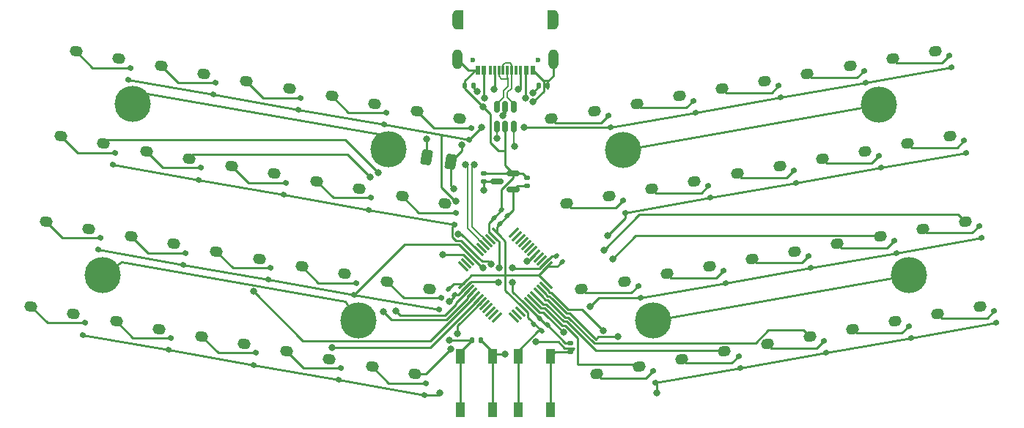
<source format=gbr>
%TF.GenerationSoftware,KiCad,Pcbnew,7.0.8*%
%TF.CreationDate,2023-12-07T22:17:23-06:00*%
%TF.ProjectId,lemmingz40,6c656d6d-696e-4677-9a34-302e6b696361,rev?*%
%TF.SameCoordinates,Original*%
%TF.FileFunction,Copper,L2,Bot*%
%TF.FilePolarity,Positive*%
%FSLAX46Y46*%
G04 Gerber Fmt 4.6, Leading zero omitted, Abs format (unit mm)*
G04 Created by KiCad (PCBNEW 7.0.8) date 2023-12-07 22:17:23*
%MOMM*%
%LPD*%
G01*
G04 APERTURE LIST*
G04 Aperture macros list*
%AMRoundRect*
0 Rectangle with rounded corners*
0 $1 Rounding radius*
0 $2 $3 $4 $5 $6 $7 $8 $9 X,Y pos of 4 corners*
0 Add a 4 corners polygon primitive as box body*
4,1,4,$2,$3,$4,$5,$6,$7,$8,$9,$2,$3,0*
0 Add four circle primitives for the rounded corners*
1,1,$1+$1,$2,$3*
1,1,$1+$1,$4,$5*
1,1,$1+$1,$6,$7*
1,1,$1+$1,$8,$9*
0 Add four rect primitives between the rounded corners*
20,1,$1+$1,$2,$3,$4,$5,0*
20,1,$1+$1,$4,$5,$6,$7,0*
20,1,$1+$1,$6,$7,$8,$9,0*
20,1,$1+$1,$8,$9,$2,$3,0*%
%AMHorizOval*
0 Thick line with rounded ends*
0 $1 width*
0 $2 $3 position (X,Y) of the first rounded end (center of the circle)*
0 $4 $5 position (X,Y) of the second rounded end (center of the circle)*
0 Add line between two ends*
20,1,$1,$2,$3,$4,$5,0*
0 Add two circle primitives to create the rounded ends*
1,1,$1,$2,$3*
1,1,$1,$4,$5*%
G04 Aperture macros list end*
%TA.AperFunction,ComponentPad*%
%ADD10HorizOval,1.224000X0.147721X0.026047X-0.147721X-0.026047X0*%
%TD*%
%TA.AperFunction,ComponentPad*%
%ADD11HorizOval,1.224000X0.147721X-0.026047X-0.147721X0.026047X0*%
%TD*%
%TA.AperFunction,SMDPad,CuDef*%
%ADD12RoundRect,0.150000X-0.223009X0.112992X-0.170914X-0.182451X0.223009X-0.112992X0.170914X0.182451X0*%
%TD*%
%TA.AperFunction,SMDPad,CuDef*%
%ADD13RoundRect,0.150000X-0.170914X0.182451X-0.223009X-0.112992X0.170914X-0.182451X0.223009X0.112992X0*%
%TD*%
%TA.AperFunction,SMDPad,CuDef*%
%ADD14R,1.100000X1.800000*%
%TD*%
%TA.AperFunction,SMDPad,CuDef*%
%ADD15RoundRect,0.140000X-0.170000X0.140000X-0.170000X-0.140000X0.170000X-0.140000X0.170000X0.140000X0*%
%TD*%
%TA.AperFunction,SMDPad,CuDef*%
%ADD16RoundRect,0.150000X0.150000X-0.512500X0.150000X0.512500X-0.150000X0.512500X-0.150000X-0.512500X0*%
%TD*%
%TA.AperFunction,ComponentPad*%
%ADD17C,4.190000*%
%TD*%
%TA.AperFunction,SMDPad,CuDef*%
%ADD18RoundRect,0.140000X0.219203X0.021213X0.021213X0.219203X-0.219203X-0.021213X-0.021213X-0.219203X0*%
%TD*%
%TA.AperFunction,SMDPad,CuDef*%
%ADD19RoundRect,0.135000X0.185000X-0.135000X0.185000X0.135000X-0.185000X0.135000X-0.185000X-0.135000X0*%
%TD*%
%TA.AperFunction,SMDPad,CuDef*%
%ADD20RoundRect,0.140000X-0.140000X-0.170000X0.140000X-0.170000X0.140000X0.170000X-0.140000X0.170000X0*%
%TD*%
%TA.AperFunction,SMDPad,CuDef*%
%ADD21RoundRect,0.140000X0.021213X-0.219203X0.219203X-0.021213X-0.021213X0.219203X-0.219203X0.021213X0*%
%TD*%
%TA.AperFunction,WasherPad*%
%ADD22C,0.600000*%
%TD*%
%TA.AperFunction,SMDPad,CuDef*%
%ADD23R,0.550000X1.100000*%
%TD*%
%TA.AperFunction,SMDPad,CuDef*%
%ADD24R,0.300000X1.100000*%
%TD*%
%TA.AperFunction,ComponentPad*%
%ADD25O,1.200000X2.300000*%
%TD*%
%TA.AperFunction,SMDPad,CuDef*%
%ADD26R,0.700000X2.300000*%
%TD*%
%TA.AperFunction,SMDPad,CuDef*%
%ADD27RoundRect,0.135000X0.135000X0.185000X-0.135000X0.185000X-0.135000X-0.185000X0.135000X-0.185000X0*%
%TD*%
%TA.AperFunction,SMDPad,CuDef*%
%ADD28RoundRect,0.075000X0.521491X-0.415425X-0.415425X0.521491X-0.521491X0.415425X0.415425X-0.521491X0*%
%TD*%
%TA.AperFunction,SMDPad,CuDef*%
%ADD29RoundRect,0.075000X0.521491X0.415425X0.415425X0.521491X-0.521491X-0.415425X-0.415425X-0.521491X0*%
%TD*%
%TA.AperFunction,SMDPad,CuDef*%
%ADD30RoundRect,0.150000X0.587500X0.150000X-0.587500X0.150000X-0.587500X-0.150000X0.587500X-0.150000X0*%
%TD*%
%TA.AperFunction,SMDPad,CuDef*%
%ADD31RoundRect,0.250000X-0.477833X-0.550387X0.260773X-0.680623X0.477833X0.550387X-0.260773X0.680623X0*%
%TD*%
%TA.AperFunction,SMDPad,CuDef*%
%ADD32RoundRect,0.140000X-0.219203X-0.021213X-0.021213X-0.219203X0.219203X0.021213X0.021213X0.219203X0*%
%TD*%
%TA.AperFunction,ViaPad*%
%ADD33C,0.800000*%
%TD*%
%TA.AperFunction,Conductor*%
%ADD34C,0.250000*%
%TD*%
%TA.AperFunction,Conductor*%
%ADD35C,0.200000*%
%TD*%
G04 APERTURE END LIST*
D10*
%TO.P,SW2,1,1*%
%TO.N,Net-(D2-A)*%
X137386395Y-41011661D03*
%TO.P,SW2,2,2*%
%TO.N,COL2*%
X142310433Y-40143421D03*
%TD*%
%TO.P,SW32,1,1*%
%TO.N,Net-(D32-A)*%
X142595844Y-70555894D03*
%TO.P,SW32,2,2*%
%TO.N,COL2*%
X147519882Y-69687654D03*
%TD*%
%TO.P,SW10,1,1*%
%TO.N,Net-(D10-A)*%
X97994083Y-47957589D03*
%TO.P,SW10,2,2*%
%TO.N,COL10*%
X102918121Y-47089349D03*
%TD*%
%TO.P,SW20,1,1*%
%TO.N,Net-(D20-A)*%
X99730567Y-57805662D03*
%TO.P,SW20,2,2*%
%TO.N,COL10*%
X104654605Y-56937422D03*
%TD*%
%TO.P,SW8,1,1*%
%TO.N,Net-(D8-A)*%
X107842164Y-46221106D03*
%TO.P,SW8,2,2*%
%TO.N,COL8*%
X112766202Y-45352866D03*
%TD*%
D11*
%TO.P,SW19,1,1*%
%TO.N,Net-(D19-A)*%
X80730564Y-56937423D03*
%TO.P,SW19,2,2*%
%TO.N,COL9*%
X85654602Y-57805663D03*
%TD*%
D10*
%TO.P,SW38,1,1*%
%TO.N,Net-(D38-A)*%
X113051609Y-75765337D03*
%TO.P,SW38,2,2*%
%TO.N,COL8*%
X117975647Y-74897097D03*
%TD*%
D11*
%TO.P,SW15,1,1*%
%TO.N,Net-(D15-A)*%
X61034414Y-53464462D03*
%TO.P,SW15,2,2*%
%TO.N,COL5*%
X65958452Y-54332702D03*
%TD*%
%TO.P,SW21,1,1*%
%TO.N,Net-(D21-A)*%
X39601775Y-59839575D03*
%TO.P,SW21,2,2*%
%TO.N,COL1*%
X44525813Y-60707815D03*
%TD*%
%TO.P,SW1,1,1*%
%TO.N,Net-(D1-A)*%
X43074739Y-40143419D03*
%TO.P,SW1,2,2*%
%TO.N,COL1*%
X47998777Y-41011659D03*
%TD*%
D10*
%TO.P,SW36,1,1*%
%TO.N,Net-(D36-A)*%
X122899685Y-74028858D03*
%TO.P,SW36,2,2*%
%TO.N,COL6*%
X127823723Y-73160618D03*
%TD*%
D11*
%TO.P,SW29,1,1*%
%TO.N,Net-(D29-A)*%
X78994084Y-66785503D03*
%TO.P,SW29,2,2*%
%TO.N,COL9*%
X83918122Y-67653743D03*
%TD*%
%TO.P,SW25,1,1*%
%TO.N,Net-(D25-A)*%
X59297929Y-63312541D03*
%TO.P,SW25,2,2*%
%TO.N,COL5*%
X64221967Y-64180781D03*
%TD*%
%TO.P,SW31,1,1*%
%TO.N,Net-(D31-A)*%
X37865294Y-69687654D03*
%TO.P,SW31,2,2*%
%TO.N,COL1*%
X42789332Y-70555894D03*
%TD*%
%TO.P,SW11,1,1*%
%TO.N,Net-(D11-A)*%
X41338256Y-49991500D03*
%TO.P,SW11,2,2*%
%TO.N,COL1*%
X46262294Y-50859740D03*
%TD*%
%TO.P,SW13,1,1*%
%TO.N,Net-(D13-A)*%
X51186331Y-51727978D03*
%TO.P,SW13,2,2*%
%TO.N,COL3*%
X56110369Y-52596218D03*
%TD*%
D10*
%TO.P,SW4,1,1*%
%TO.N,Net-(D4-A)*%
X127538315Y-42748140D03*
%TO.P,SW4,2,2*%
%TO.N,COL4*%
X132462353Y-41879900D03*
%TD*%
%TO.P,SW34,1,1*%
%TO.N,Net-(D34-A)*%
X132747760Y-72292377D03*
%TO.P,SW34,2,2*%
%TO.N,COL4*%
X137671798Y-71424137D03*
%TD*%
D11*
%TO.P,SW17,1,1*%
%TO.N,Net-(D17-A)*%
X70882489Y-55200946D03*
%TO.P,SW17,2,2*%
%TO.N,COL7*%
X75806527Y-56069186D03*
%TD*%
D10*
%TO.P,SW18,1,1*%
%TO.N,Net-(D18-A)*%
X109578643Y-56069184D03*
%TO.P,SW18,2,2*%
%TO.N,COL8*%
X114502681Y-55200944D03*
%TD*%
D11*
%TO.P,SW33,1,1*%
%TO.N,Net-(D33-A)*%
X47713371Y-71424136D03*
%TO.P,SW33,2,2*%
%TO.N,COL3*%
X52637409Y-72292376D03*
%TD*%
D10*
%TO.P,SW40,1,1*%
%TO.N,Net-(D40-A)*%
X103203531Y-77501822D03*
%TO.P,SW40,2,2*%
%TO.N,COL10*%
X108127569Y-76633582D03*
%TD*%
%TO.P,SW30,1,1*%
%TO.N,Net-(D30-A)*%
X101467049Y-67653740D03*
%TO.P,SW30,2,2*%
%TO.N,COL10*%
X106391087Y-66785500D03*
%TD*%
D11*
%TO.P,SW7,1,1*%
%TO.N,Net-(D7-A)*%
X72618969Y-45352868D03*
%TO.P,SW7,2,2*%
%TO.N,COL7*%
X77543007Y-46221108D03*
%TD*%
D10*
%TO.P,SW14,1,1*%
%TO.N,Net-(D14-A)*%
X129274800Y-52596219D03*
%TO.P,SW14,2,2*%
%TO.N,COL4*%
X134198838Y-51727979D03*
%TD*%
%TO.P,SW12,1,1*%
%TO.N,Net-(D12-A)*%
X139122877Y-50859737D03*
%TO.P,SW12,2,2*%
%TO.N,COL2*%
X144046915Y-49991497D03*
%TD*%
D11*
%TO.P,SW5,1,1*%
%TO.N,Net-(D5-A)*%
X62770893Y-43616386D03*
%TO.P,SW5,2,2*%
%TO.N,COL5*%
X67694931Y-44484626D03*
%TD*%
%TO.P,SW3,1,1*%
%TO.N,Net-(D3-A)*%
X52922816Y-41879903D03*
%TO.P,SW3,2,2*%
%TO.N,COL3*%
X57846854Y-42748143D03*
%TD*%
D10*
%TO.P,SW24,1,1*%
%TO.N,Net-(D24-A)*%
X131011282Y-62444298D03*
%TO.P,SW24,2,2*%
%TO.N,COL4*%
X135935320Y-61576058D03*
%TD*%
%TO.P,SW16,1,1*%
%TO.N,Net-(D16-A)*%
X119426719Y-54332702D03*
%TO.P,SW16,2,2*%
%TO.N,COL6*%
X124350757Y-53464462D03*
%TD*%
%TO.P,SW28,1,1*%
%TO.N,Net-(D28-A)*%
X111315126Y-65917262D03*
%TO.P,SW28,2,2*%
%TO.N,COL8*%
X116239164Y-65049022D03*
%TD*%
D11*
%TO.P,SW37,1,1*%
%TO.N,Net-(D37-A)*%
X67409523Y-74897101D03*
%TO.P,SW37,2,2*%
%TO.N,COL7*%
X72333561Y-75765341D03*
%TD*%
%TO.P,SW9,1,1*%
%TO.N,Net-(D9-A)*%
X82467050Y-47089348D03*
%TO.P,SW9,2,2*%
%TO.N,COL9*%
X87391088Y-47957588D03*
%TD*%
%TO.P,SW39,1,1*%
%TO.N,Net-(D39-A)*%
X77257603Y-76633582D03*
%TO.P,SW39,2,2*%
%TO.N,COL9*%
X82181641Y-77501822D03*
%TD*%
D10*
%TO.P,SW26,1,1*%
%TO.N,Net-(D26-A)*%
X121163203Y-64180781D03*
%TO.P,SW26,2,2*%
%TO.N,COL6*%
X126087241Y-63312541D03*
%TD*%
%TO.P,SW22,1,1*%
%TO.N,Net-(D22-A)*%
X140859359Y-60707817D03*
%TO.P,SW22,2,2*%
%TO.N,COL2*%
X145783397Y-59839577D03*
%TD*%
D11*
%TO.P,SW23,1,1*%
%TO.N,Net-(D23-A)*%
X49449856Y-61576054D03*
%TO.P,SW23,2,2*%
%TO.N,COL3*%
X54373894Y-62444294D03*
%TD*%
%TO.P,SW27,1,1*%
%TO.N,Net-(D27-A)*%
X69146007Y-65049023D03*
%TO.P,SW27,2,2*%
%TO.N,COL7*%
X74070045Y-65917263D03*
%TD*%
%TO.P,SW35,1,1*%
%TO.N,Net-(D35-A)*%
X57561445Y-73160615D03*
%TO.P,SW35,2,2*%
%TO.N,COL5*%
X62485483Y-74028855D03*
%TD*%
D10*
%TO.P,SW6,1,1*%
%TO.N,Net-(D6-A)*%
X117690239Y-44484625D03*
%TO.P,SW6,2,2*%
%TO.N,COL6*%
X122614277Y-43616385D03*
%TD*%
D12*
%TO.P,D36,1,K*%
%TO.N,ROW4*%
X129682963Y-75066720D03*
%TO.P,D36,2,A*%
%TO.N,Net-(D36-A)*%
X129439855Y-73687990D03*
%TD*%
%TO.P,D10,1,K*%
%TO.N,ROW1*%
X104777358Y-48995451D03*
%TO.P,D10,2,A*%
%TO.N,Net-(D10-A)*%
X104534250Y-47616721D03*
%TD*%
D13*
%TO.P,D33,1,K*%
%TO.N,ROW4*%
X53732592Y-74719424D03*
%TO.P,D33,2,A*%
%TO.N,Net-(D33-A)*%
X53975700Y-73340694D03*
%TD*%
D14*
%TO.P,SW41,1,1*%
%TO.N,+3V3*%
X94143342Y-75475320D03*
X94143342Y-81675320D03*
%TO.P,SW41,2,2*%
%TO.N,BOOT0*%
X97843342Y-75475320D03*
X97843342Y-81675320D03*
%TD*%
D13*
%TO.P,D23,1,K*%
%TO.N,ROW3*%
X55469076Y-64871348D03*
%TO.P,D23,2,A*%
%TO.N,Net-(D23-A)*%
X55712184Y-63492618D03*
%TD*%
%TO.P,D17,1,K*%
%TO.N,ROW2*%
X76901710Y-58496234D03*
%TO.P,D17,2,A*%
%TO.N,Net-(D17-A)*%
X77144818Y-57117504D03*
%TD*%
D15*
%TO.P,C10,1*%
%TO.N,GND*%
X95160009Y-54761995D03*
%TO.P,C10,2*%
%TO.N,+3V3*%
X95160009Y-55721995D03*
%TD*%
D13*
%TO.P,D5,1,K*%
%TO.N,ROW1*%
X68790115Y-46911672D03*
%TO.P,D5,2,A*%
%TO.N,Net-(D5-A)*%
X69033223Y-45532942D03*
%TD*%
D16*
%TO.P,U1,1,I/O1*%
%TO.N,D_P*%
X93610012Y-48879498D03*
%TO.P,U1,2,GND*%
%TO.N,GND*%
X92660012Y-48879498D03*
%TO.P,U1,3,I/O2*%
%TO.N,D_N*%
X91710012Y-48879498D03*
%TO.P,U1,4,I/O2*%
%TO.N,D_USB_-*%
X91710012Y-46604498D03*
%TO.P,U1,5,VBUS*%
%TO.N,+5V*%
X92660012Y-46604498D03*
%TO.P,U1,6,I/O1*%
%TO.N,D_USB_+*%
X93610012Y-46604498D03*
%TD*%
D13*
%TO.P,D37,1,K*%
%TO.N,ROW4*%
X73428747Y-78192386D03*
%TO.P,D37,2,A*%
%TO.N,Net-(D37-A)*%
X73671855Y-76813656D03*
%TD*%
D17*
%TO.P,H3,1,1*%
%TO.N,GND*%
X46119592Y-66065976D03*
%TD*%
D18*
%TO.P,C7,1*%
%TO.N,+3V3*%
X99199459Y-64514764D03*
%TO.P,C7,2*%
%TO.N,GND*%
X98520637Y-63835942D03*
%TD*%
D17*
%TO.P,H6,1,1*%
%TO.N,GND*%
X135792617Y-46369820D03*
%TD*%
%TO.P,H2,1,1*%
%TO.N,GND*%
X79157630Y-51461058D03*
%TD*%
D13*
%TO.P,D1,1,K*%
%TO.N,ROW1*%
X49093959Y-43438711D03*
%TO.P,D1,2,A*%
%TO.N,Net-(D1-A)*%
X49337067Y-42059981D03*
%TD*%
D12*
%TO.P,D4,1,K*%
%TO.N,ROW1*%
X134321593Y-43786006D03*
%TO.P,D4,2,A*%
%TO.N,Net-(D4-A)*%
X134078485Y-42407276D03*
%TD*%
%TO.P,D18,1,K*%
%TO.N,ROW2*%
X116361924Y-57107044D03*
%TO.P,D18,2,A*%
%TO.N,Net-(D18-A)*%
X116118816Y-55728314D03*
%TD*%
D19*
%TO.P,R1,1*%
%TO.N,BOOT0*%
X100160008Y-74918655D03*
%TO.P,R1,2*%
%TO.N,GND*%
X100160008Y-73898655D03*
%TD*%
D12*
%TO.P,D12,1,K*%
%TO.N,ROW2*%
X145906151Y-51897605D03*
%TO.P,D12,2,A*%
%TO.N,Net-(D12-A)*%
X145663043Y-50518875D03*
%TD*%
D13*
%TO.P,D7,1,K*%
%TO.N,ROW1*%
X78638194Y-48648155D03*
%TO.P,D7,2,A*%
%TO.N,Net-(D7-A)*%
X78881302Y-47269425D03*
%TD*%
D12*
%TO.P,D22,1,K*%
%TO.N,ROW3*%
X147642634Y-61745678D03*
%TO.P,D22,2,A*%
%TO.N,Net-(D22-A)*%
X147399526Y-60366948D03*
%TD*%
D17*
%TO.P,H1,1,1*%
%TO.N,GND*%
X49613397Y-46251616D03*
%TD*%
D20*
%TO.P,C1,1*%
%TO.N,GND*%
X88846678Y-73575322D03*
%TO.P,C1,2*%
%TO.N,NRST*%
X89806678Y-73575322D03*
%TD*%
D18*
%TO.P,C2,1*%
%TO.N,+3V3*%
X92899460Y-59214760D03*
%TO.P,C2,2*%
%TO.N,GND*%
X92220638Y-58535938D03*
%TD*%
D12*
%TO.P,D6,1,K*%
%TO.N,ROW1*%
X124473517Y-45522486D03*
%TO.P,D6,2,A*%
%TO.N,Net-(D6-A)*%
X124230409Y-44143756D03*
%TD*%
D14*
%TO.P,SW42,1,1*%
%TO.N,GND*%
X87476682Y-75475320D03*
X87476682Y-81675320D03*
%TO.P,SW42,2,2*%
%TO.N,NRST*%
X91176682Y-75475320D03*
X91176682Y-81675320D03*
%TD*%
D12*
%TO.P,D2,1,K*%
%TO.N,ROW1*%
X144169671Y-42049527D03*
%TO.P,D2,2,A*%
%TO.N,Net-(D2-A)*%
X143926563Y-40670797D03*
%TD*%
%TO.P,D14,1,K*%
%TO.N,ROW2*%
X136058074Y-53634082D03*
%TO.P,D14,2,A*%
%TO.N,Net-(D14-A)*%
X135814966Y-52255352D03*
%TD*%
D13*
%TO.P,D11,1,K*%
%TO.N,ROW2*%
X47357480Y-53286790D03*
%TO.P,D11,2,A*%
%TO.N,Net-(D11-A)*%
X47600588Y-51908060D03*
%TD*%
%TO.P,D19,1,K*%
%TO.N,ROW2*%
X86749791Y-60232714D03*
%TO.P,D19,2,A*%
%TO.N,Net-(D19-A)*%
X86992899Y-58853984D03*
%TD*%
%TO.P,D39,1,K*%
%TO.N,ROW4*%
X83276824Y-79928869D03*
%TO.P,D39,2,A*%
%TO.N,Net-(D39-A)*%
X83519932Y-78550139D03*
%TD*%
%TO.P,D13,1,K*%
%TO.N,ROW2*%
X57205557Y-55023268D03*
%TO.P,D13,2,A*%
%TO.N,Net-(D13-A)*%
X57448665Y-53644538D03*
%TD*%
D21*
%TO.P,C3,1*%
%TO.N,+3V3*%
X95920639Y-71714762D03*
%TO.P,C3,2*%
%TO.N,GND*%
X96599461Y-71035940D03*
%TD*%
D13*
%TO.P,D31,1,K*%
%TO.N,ROW4*%
X43884517Y-72982944D03*
%TO.P,D31,2,A*%
%TO.N,Net-(D31-A)*%
X44127625Y-71604214D03*
%TD*%
D12*
%TO.P,D40,1,K*%
%TO.N,ROW4*%
X109986806Y-78539684D03*
%TO.P,D40,2,A*%
%TO.N,Net-(D40-A)*%
X109743698Y-77160954D03*
%TD*%
%TO.P,D16,1,K*%
%TO.N,ROW2*%
X126209997Y-55370562D03*
%TO.P,D16,2,A*%
%TO.N,Net-(D16-A)*%
X125966889Y-53991832D03*
%TD*%
D13*
%TO.P,D15,1,K*%
%TO.N,ROW2*%
X67053634Y-56759749D03*
%TO.P,D15,2,A*%
%TO.N,Net-(D15-A)*%
X67296742Y-55381019D03*
%TD*%
D22*
%TO.P,J1,*%
%TO.N,*%
X88910012Y-41184151D03*
X96410012Y-41184151D03*
D23*
%TO.P,J1,A1B12,GND*%
%TO.N,GND*%
X89460012Y-42384151D03*
%TO.P,J1,A4B9,VBUS*%
%TO.N,VBUS*%
X90210012Y-42384151D03*
D24*
%TO.P,J1,A5,CC1*%
%TO.N,Net-(J1-CC1)*%
X91410012Y-42384151D03*
%TO.P,J1,A6,D+*%
%TO.N,D_USB_+*%
X92410012Y-42384151D03*
%TO.P,J1,A7,D-*%
%TO.N,D_USB_-*%
X92910012Y-42384151D03*
%TO.P,J1,A8,SBU1*%
%TO.N,unconnected-(J1-SBU1-PadA8)*%
X93910012Y-42384151D03*
D23*
%TO.P,J1,B1A12,GND*%
%TO.N,GND*%
X95860012Y-42384151D03*
%TO.P,J1,B4A9,VBUS*%
%TO.N,VBUS*%
X95110012Y-42384151D03*
D24*
%TO.P,J1,B5,CC2*%
%TO.N,Net-(J1-CC2)*%
X94410012Y-42384151D03*
%TO.P,J1,B6,D+*%
%TO.N,D_USB_+*%
X93410012Y-42384151D03*
%TO.P,J1,B7,D-*%
%TO.N,D_USB_-*%
X91910012Y-42384151D03*
%TO.P,J1,B8,SBU2*%
%TO.N,unconnected-(J1-SBU2-PadB8)*%
X90910012Y-42384151D03*
D25*
%TO.P,J1,S1,Shield*%
%TO.N,GND*%
X87085012Y-41104151D03*
X98235012Y-41104151D03*
X87085012Y-36504151D03*
D26*
X87460012Y-36504151D03*
X97860012Y-36504151D03*
D25*
X98235012Y-36504151D03*
%TD*%
D13*
%TO.P,D29,1,K*%
%TO.N,ROW3*%
X85013309Y-70080790D03*
%TO.P,D29,2,A*%
%TO.N,Net-(D29-A)*%
X85256417Y-68702060D03*
%TD*%
D12*
%TO.P,D8,1,K*%
%TO.N,ROW1*%
X114625438Y-47258970D03*
%TO.P,D8,2,A*%
%TO.N,Net-(D8-A)*%
X114382330Y-45880240D03*
%TD*%
%TO.P,D38,1,K*%
%TO.N,ROW4*%
X119834880Y-76803201D03*
%TO.P,D38,2,A*%
%TO.N,Net-(D38-A)*%
X119591772Y-75424471D03*
%TD*%
%TO.P,D26,1,K*%
%TO.N,ROW3*%
X127946479Y-65218643D03*
%TO.P,D26,2,A*%
%TO.N,Net-(D26-A)*%
X127703371Y-63839913D03*
%TD*%
D13*
%TO.P,D27,1,K*%
%TO.N,ROW3*%
X75165228Y-68344309D03*
%TO.P,D27,2,A*%
%TO.N,Net-(D27-A)*%
X75408336Y-66965579D03*
%TD*%
D12*
%TO.P,D24,1,K*%
%TO.N,ROW3*%
X137794558Y-63482161D03*
%TO.P,D24,2,A*%
%TO.N,Net-(D24-A)*%
X137551450Y-62103431D03*
%TD*%
D27*
%TO.P,R2,1*%
%TO.N,Net-(J1-CC1)*%
X89003347Y-44166649D03*
%TO.P,R2,2*%
%TO.N,GND*%
X87983347Y-44166649D03*
%TD*%
D17*
%TO.P,H4,1,1*%
%TO.N,GND*%
X75663823Y-71275424D03*
%TD*%
D13*
%TO.P,D9,1,K*%
%TO.N,ROW1*%
X88486269Y-50384639D03*
%TO.P,D9,2,A*%
%TO.N,Net-(D9-A)*%
X88729377Y-49005909D03*
%TD*%
D17*
%TO.P,H7,1,1*%
%TO.N,GND*%
X109721346Y-71275421D03*
%TD*%
D12*
%TO.P,D30,1,K*%
%TO.N,ROW3*%
X108250326Y-68691607D03*
%TO.P,D30,2,A*%
%TO.N,Net-(D30-A)*%
X108007218Y-67312877D03*
%TD*%
D28*
%TO.P,U2,1,VBAT*%
%TO.N,+3V3*%
X97547888Y-67074113D03*
%TO.P,U2,2,PC13*%
%TO.N,COL2*%
X97194334Y-67427667D03*
%TO.P,U2,3,PC14*%
%TO.N,COL4*%
X96840781Y-67781220D03*
%TO.P,U2,4,PC15*%
%TO.N,COL6*%
X96487227Y-68134774D03*
%TO.P,U2,5,PF0*%
%TO.N,COL8*%
X96133674Y-68488327D03*
%TO.P,U2,6,PF1*%
%TO.N,COL10*%
X95780121Y-68841880D03*
%TO.P,U2,7,NRST*%
%TO.N,NRST*%
X95426567Y-69195434D03*
%TO.P,U2,8,VSSA*%
%TO.N,GND*%
X95073014Y-69548987D03*
%TO.P,U2,9,VDDA*%
%TO.N,+3V3*%
X94719461Y-69902540D03*
%TO.P,U2,10,PA0*%
%TO.N,unconnected-(U2-PA0-Pad10)*%
X94365907Y-70256094D03*
%TO.P,U2,11,PA1*%
%TO.N,unconnected-(U2-PA1-Pad11)*%
X94012354Y-70609647D03*
%TO.P,U2,12,PA2*%
%TO.N,unconnected-(U2-PA2-Pad12)*%
X93658800Y-70963201D03*
D29*
%TO.P,U2,13,PA3*%
%TO.N,unconnected-(U2-PA3-Pad13)*%
X91661224Y-70963201D03*
%TO.P,U2,14,PA4*%
%TO.N,unconnected-(U2-PA4-Pad14)*%
X91307670Y-70609647D03*
%TO.P,U2,15,PA5*%
%TO.N,unconnected-(U2-PA5-Pad15)*%
X90954117Y-70256094D03*
%TO.P,U2,16,PA6*%
%TO.N,unconnected-(U2-PA6-Pad16)*%
X90600563Y-69902540D03*
%TO.P,U2,17,PA7*%
%TO.N,unconnected-(U2-PA7-Pad17)*%
X90247010Y-69548987D03*
%TO.P,U2,18,PB0*%
%TO.N,COL9*%
X89893457Y-69195434D03*
%TO.P,U2,19,PB1*%
%TO.N,COL7*%
X89539903Y-68841880D03*
%TO.P,U2,20,PB2*%
%TO.N,COL5*%
X89186350Y-68488327D03*
%TO.P,U2,21,PB10*%
%TO.N,COL3*%
X88832797Y-68134774D03*
%TO.P,U2,22,PB11*%
%TO.N,COL1*%
X88479243Y-67781220D03*
%TO.P,U2,23,VSS*%
%TO.N,GND*%
X88125690Y-67427667D03*
%TO.P,U2,24,VDD*%
%TO.N,+3V3*%
X87772136Y-67074113D03*
D28*
%TO.P,U2,25,PB12*%
%TO.N,unconnected-(U2-PB12-Pad25)*%
X87772136Y-65076537D03*
%TO.P,U2,26,PB13*%
%TO.N,unconnected-(U2-PB13-Pad26)*%
X88125690Y-64722983D03*
%TO.P,U2,27,PB14*%
%TO.N,ROW4*%
X88479243Y-64369430D03*
%TO.P,U2,28,PB15*%
%TO.N,ROW3*%
X88832797Y-64015876D03*
%TO.P,U2,29,PA8*%
%TO.N,ROW2*%
X89186350Y-63662323D03*
%TO.P,U2,30,PA9*%
%TO.N,ROW1*%
X89539903Y-63308770D03*
%TO.P,U2,31,PA10*%
%TO.N,SWDCLK*%
X89893457Y-62955216D03*
%TO.P,U2,32,PA11*%
%TO.N,D_N*%
X90247010Y-62601663D03*
%TO.P,U2,33,PA12*%
%TO.N,D_P*%
X90600563Y-62248110D03*
%TO.P,U2,34,PA13*%
%TO.N,SWDIO*%
X90954117Y-61894556D03*
%TO.P,U2,35,VSS*%
%TO.N,GND*%
X91307670Y-61541003D03*
%TO.P,U2,36,VDDIO2*%
%TO.N,+3V3*%
X91661224Y-61187449D03*
D29*
%TO.P,U2,37,PA14*%
%TO.N,unconnected-(U2-PA14-Pad37)*%
X93658800Y-61187449D03*
%TO.P,U2,38,PA15*%
%TO.N,unconnected-(U2-PA15-Pad38)*%
X94012354Y-61541003D03*
%TO.P,U2,39,PB3*%
%TO.N,unconnected-(U2-PB3-Pad39)*%
X94365907Y-61894556D03*
%TO.P,U2,40,PB4*%
%TO.N,unconnected-(U2-PB4-Pad40)*%
X94719461Y-62248110D03*
%TO.P,U2,41,PB5*%
%TO.N,unconnected-(U2-PB5-Pad41)*%
X95073014Y-62601663D03*
%TO.P,U2,42,PB6*%
%TO.N,unconnected-(U2-PB6-Pad42)*%
X95426567Y-62955216D03*
%TO.P,U2,43,PB7*%
%TO.N,unconnected-(U2-PB7-Pad43)*%
X95780121Y-63308770D03*
%TO.P,U2,44,BOOT0*%
%TO.N,BOOT0*%
X96133674Y-63662323D03*
%TO.P,U2,45,PB8*%
%TO.N,unconnected-(U2-PB8-Pad45)*%
X96487227Y-64015876D03*
%TO.P,U2,46,PB9*%
%TO.N,unconnected-(U2-PB9-Pad46)*%
X96840781Y-64369430D03*
%TO.P,U2,47,VSS*%
%TO.N,GND*%
X97194334Y-64722983D03*
%TO.P,U2,48,VDD*%
%TO.N,+3V3*%
X97547888Y-65076537D03*
%TD*%
D13*
%TO.P,D25,1,K*%
%TO.N,ROW3*%
X65317151Y-66607831D03*
%TO.P,D25,2,A*%
%TO.N,Net-(D25-A)*%
X65560259Y-65229101D03*
%TD*%
D30*
%TO.P,U3,1,GND*%
%TO.N,GND*%
X93597512Y-54291994D03*
%TO.P,U3,2,VO*%
%TO.N,+3V3*%
X93597512Y-56191994D03*
%TO.P,U3,3,VI*%
%TO.N,+5V*%
X91722512Y-55241994D03*
%TD*%
D27*
%TO.P,R3,1*%
%TO.N,GND*%
X97499961Y-44166649D03*
%TO.P,R3,2*%
%TO.N,Net-(J1-CC2)*%
X96479961Y-44166649D03*
%TD*%
D31*
%TO.P,F1,1*%
%TO.N,VBUS*%
X83581317Y-52432244D03*
%TO.P,F1,2*%
%TO.N,+5V*%
X86338779Y-52918458D03*
%TD*%
D18*
%TO.P,C5,1*%
%TO.N,+3V3*%
X91999459Y-60114761D03*
%TO.P,C5,2*%
%TO.N,GND*%
X91320637Y-59435939D03*
%TD*%
D32*
%TO.P,C6,1*%
%TO.N,+3V3*%
X86120638Y-67635938D03*
%TO.P,C6,2*%
%TO.N,GND*%
X86799460Y-68314760D03*
%TD*%
D12*
%TO.P,D34,1,K*%
%TO.N,ROW4*%
X139531038Y-73330239D03*
%TO.P,D34,2,A*%
%TO.N,Net-(D34-A)*%
X139287930Y-71951509D03*
%TD*%
%TO.P,D32,1,K*%
%TO.N,ROW4*%
X149379115Y-71593758D03*
%TO.P,D32,2,A*%
%TO.N,Net-(D32-A)*%
X149136007Y-70215028D03*
%TD*%
D13*
%TO.P,D21,1,K*%
%TO.N,ROW3*%
X45620997Y-63134865D03*
%TO.P,D21,2,A*%
%TO.N,Net-(D21-A)*%
X45864105Y-61756135D03*
%TD*%
D17*
%TO.P,H8,1,1*%
%TO.N,GND*%
X139265580Y-66065975D03*
%TD*%
D12*
%TO.P,D28,1,K*%
%TO.N,ROW3*%
X118098403Y-66955123D03*
%TO.P,D28,2,A*%
%TO.N,Net-(D28-A)*%
X117855295Y-65576393D03*
%TD*%
D13*
%TO.P,D35,1,K*%
%TO.N,ROW4*%
X63580671Y-76455906D03*
%TO.P,D35,2,A*%
%TO.N,Net-(D35-A)*%
X63823779Y-75077176D03*
%TD*%
D12*
%TO.P,D20,1,K*%
%TO.N,ROW2*%
X106513841Y-58843527D03*
%TO.P,D20,2,A*%
%TO.N,Net-(D20-A)*%
X106270733Y-57464797D03*
%TD*%
D17*
%TO.P,H5,1,1*%
%TO.N,GND*%
X106248381Y-51579265D03*
%TD*%
D15*
%TO.P,C9,1*%
%TO.N,GND*%
X90160011Y-54281994D03*
%TO.P,C9,2*%
%TO.N,+5V*%
X90160011Y-55241994D03*
%TD*%
D13*
%TO.P,D3,1,K*%
%TO.N,ROW1*%
X58942035Y-45175193D03*
%TO.P,D3,2,A*%
%TO.N,Net-(D3-A)*%
X59185143Y-43796463D03*
%TD*%
D21*
%TO.P,C4,1*%
%TO.N,+3V3*%
X96820640Y-72514761D03*
%TO.P,C4,2*%
%TO.N,GND*%
X97499462Y-71835939D03*
%TD*%
D33*
%TO.N,GND*%
X90081655Y-46584957D03*
X86228081Y-69127136D03*
X93493345Y-65241990D03*
X86228081Y-73627137D03*
X95859116Y-46012026D03*
X91826681Y-66908655D03*
X93493343Y-66908657D03*
X91935511Y-65241992D03*
%TO.N,NRST*%
X99378390Y-72690274D03*
X92660012Y-75241986D03*
%TO.N,+5V*%
X92409602Y-47626409D03*
X90160050Y-56275350D03*
X86702372Y-56035710D03*
X87596316Y-50963390D03*
%TO.N,ROW1*%
X94860049Y-48975349D03*
X87245296Y-61331650D03*
X89875457Y-48995453D03*
X86964129Y-57477137D03*
%TO.N,ROW2*%
X104503082Y-61477136D03*
X91033135Y-64812200D03*
%TO.N,ROW3*%
X90103081Y-65177137D03*
X102428081Y-69702137D03*
%TO.N,ROW4*%
X110128037Y-79660437D03*
X85428081Y-63677136D03*
X85128047Y-79660439D03*
%TO.N,VBUS*%
X90260049Y-45575351D03*
X83560051Y-50275352D03*
X94960049Y-45575352D03*
%TO.N,Net-(J1-CC1)*%
X89385951Y-44801958D03*
X91360049Y-44575352D03*
%TO.N,Net-(J1-CC2)*%
X95833295Y-44999982D03*
X94185512Y-44575349D03*
%TO.N,BOOT0*%
X95135607Y-64464568D03*
X96211519Y-73793497D03*
%TO.N,COL1*%
X80028082Y-70252137D03*
X78003081Y-54177138D03*
%TO.N,COL2*%
X104053081Y-63152139D03*
X103953081Y-72485781D03*
%TO.N,COL3*%
X77028081Y-54727136D03*
X78578081Y-70302137D03*
%TO.N,COL4*%
X105703081Y-73210280D03*
X105028083Y-64177138D03*
%TO.N,COL5*%
X63556973Y-67952136D03*
%TO.N,COL7*%
X72626831Y-74415038D03*
%TO.N,COL9*%
X87153081Y-72850821D03*
X86327180Y-74627137D03*
%TO.N,D_P*%
X89085048Y-53275350D03*
X93710014Y-51200350D03*
%TO.N,D_N*%
X88035047Y-53275353D03*
X91660049Y-50200850D03*
%TD*%
D34*
%TO.N,GND*%
X89310013Y-42248667D02*
X87983347Y-43575334D01*
X93493345Y-65241990D02*
X93542274Y-65290920D01*
X90935049Y-47438351D02*
X90935049Y-50775016D01*
X91307671Y-61541001D02*
X90739733Y-60973066D01*
X97499460Y-71835941D02*
X97359966Y-71835941D01*
X97499961Y-43735383D02*
X97499961Y-44166649D01*
X92220639Y-58535941D02*
X92220639Y-56153120D01*
X91307671Y-61541001D02*
X91935511Y-62168843D01*
X93493347Y-67969317D02*
X95073014Y-69548987D01*
X92660012Y-53354496D02*
X93597511Y-54291993D01*
X98081376Y-63835940D02*
X98520640Y-63835940D01*
X97090012Y-44781130D02*
X95859116Y-46012026D01*
X97660011Y-43575333D02*
X98235012Y-43000332D01*
X95860012Y-42384151D02*
X97051194Y-43575333D01*
X51326521Y-45052073D02*
X49613397Y-46251616D01*
X109721346Y-71275421D02*
X139265580Y-66065975D01*
X86799461Y-68314763D02*
X86799460Y-68555757D01*
X91777750Y-66859729D02*
X88693628Y-66859729D01*
X77958090Y-49747938D02*
X51326521Y-45052073D01*
X88693628Y-66859729D02*
X88125690Y-67427666D01*
X87424863Y-75527138D02*
X87476681Y-75475322D01*
X97660011Y-43575333D02*
X97499961Y-43735383D01*
X91826681Y-66908655D02*
X91777750Y-66859729D01*
X91935511Y-62168843D02*
X91935511Y-65241992D01*
X97051194Y-43575333D02*
X97660011Y-43575333D01*
X93597513Y-54776250D02*
X93597511Y-54291993D01*
X90739735Y-60016844D02*
X91320638Y-59435940D01*
X92220639Y-56153120D02*
X93597513Y-54776250D01*
X98235012Y-43000332D02*
X98235012Y-41104151D01*
X90081655Y-46584957D02*
X90935049Y-47438351D01*
X100160009Y-73898654D02*
X99562174Y-73898653D01*
X87983348Y-44423955D02*
X87983347Y-43575334D01*
X86228081Y-73627137D02*
X86279897Y-73575321D01*
X106248381Y-51579265D02*
X135792617Y-46369820D01*
X91320638Y-59435940D02*
X92220639Y-58535941D01*
X89460012Y-42384151D02*
X88365012Y-42384151D01*
X92660012Y-51666646D02*
X92660012Y-53354496D01*
X87983347Y-44166649D02*
X87983347Y-44486649D01*
X95860012Y-42384151D02*
X97090012Y-43614151D01*
X87238595Y-68314764D02*
X88125690Y-67427666D01*
X86279897Y-73575321D02*
X88846679Y-73575321D01*
X93597511Y-54291993D02*
X94690011Y-54291996D01*
X92660012Y-48879496D02*
X92660012Y-51666646D01*
X90935049Y-50775016D02*
X91826679Y-51666646D01*
X86799460Y-68555757D02*
X86228081Y-69127136D01*
X88846680Y-73575319D02*
X87476682Y-74945323D01*
X87476681Y-75475320D02*
X87476681Y-81675319D01*
X99562174Y-73898653D02*
X97499460Y-71835941D01*
X90739733Y-60973066D02*
X90739735Y-60016844D01*
X46119592Y-66065976D02*
X48315403Y-64528454D01*
X86799460Y-68314762D02*
X87238595Y-68314764D01*
X91826679Y-51666646D02*
X92660012Y-51666646D01*
X97359966Y-71835941D02*
X95073014Y-69548987D01*
X79157630Y-51461058D02*
X77958090Y-49747938D01*
X97499961Y-44166649D02*
X97499961Y-44486649D01*
X87983347Y-44486649D02*
X90081655Y-46584957D01*
X97090012Y-43614151D02*
X97090012Y-44781130D01*
X90170015Y-54291997D02*
X90160011Y-54281995D01*
X48315403Y-64528454D02*
X74126300Y-69079610D01*
X74126300Y-69079610D02*
X75663823Y-71275424D01*
X93597511Y-54291993D02*
X90170015Y-54291997D01*
X88365012Y-42384151D02*
X87085012Y-41104151D01*
X97194333Y-64722983D02*
X98081376Y-63835940D01*
X94690011Y-54291996D02*
X95160012Y-54761995D01*
X87476682Y-74945323D02*
X87476681Y-75475320D01*
X93542274Y-65290920D02*
X96626397Y-65290920D01*
X96626397Y-65290920D02*
X97194333Y-64722983D01*
X93493343Y-66908657D02*
X93493347Y-67969317D01*
%TO.N,Net-(D1-A)*%
X49337067Y-42059983D02*
X44991298Y-42059982D01*
X44991298Y-42059982D02*
X43074739Y-40143421D01*
%TO.N,Net-(D2-A)*%
X143104205Y-41493151D02*
X143926563Y-40670795D01*
X137867885Y-41493153D02*
X143104205Y-41493151D01*
X137386396Y-41011661D02*
X137867885Y-41493153D01*
%TO.N,Net-(D3-A)*%
X54839376Y-43796459D02*
X52922817Y-41879902D01*
X59185146Y-43796461D02*
X54839376Y-43796459D01*
%TO.N,Net-(D4-A)*%
X133256128Y-43229635D02*
X134078483Y-42407276D01*
X128019804Y-43229635D02*
X133256128Y-43229635D01*
X127538316Y-42748142D02*
X128019804Y-43229635D01*
%TO.N,Net-(D5-A)*%
X64687450Y-45532944D02*
X62770894Y-43616385D01*
X69033221Y-45532945D02*
X64687450Y-45532944D01*
%TO.N,Net-(D6-A)*%
X118171732Y-44966117D02*
X123408048Y-44966116D01*
X117690241Y-44484626D02*
X118171732Y-44966117D01*
X123408048Y-44966116D02*
X124230409Y-44143756D01*
%TO.N,Net-(D7-A)*%
X72618972Y-45352865D02*
X74535528Y-47269424D01*
X74535528Y-47269424D02*
X78881302Y-47269424D01*
%TO.N,Net-(D8-A)*%
X108323655Y-46702596D02*
X113559972Y-46702595D01*
X113559972Y-46702595D02*
X114382330Y-45880241D01*
X107842163Y-46221105D02*
X108323655Y-46702596D01*
%TO.N,Net-(D9-A)*%
X84383607Y-49005908D02*
X88729378Y-49005907D01*
X82467047Y-47089350D02*
X84383607Y-49005908D01*
%TO.N,Net-(D10-A)*%
X97994083Y-47957589D02*
X98475575Y-48439080D01*
X98475575Y-48439080D02*
X103711891Y-48439081D01*
X103711891Y-48439081D02*
X104534252Y-47616722D01*
%TO.N,NRST*%
X95426567Y-69195434D02*
X95994506Y-69763369D01*
X91410011Y-75241985D02*
X91176680Y-75475319D01*
X97039854Y-70351739D02*
X97371668Y-70683550D01*
X91176681Y-81675320D02*
X91176680Y-75475319D01*
X92660012Y-75241986D02*
X91410011Y-75241985D01*
X91176681Y-74945320D02*
X91176680Y-75475319D01*
X95426567Y-69195433D02*
X96582872Y-70351737D01*
X97371668Y-70683550D02*
X99378390Y-72690274D01*
X96582872Y-70351737D02*
X97039854Y-70351739D01*
X89806682Y-73575322D02*
X91176681Y-74945320D01*
%TO.N,Net-(D11-A)*%
X43254814Y-51908058D02*
X47600584Y-51908060D01*
X41338256Y-49991495D02*
X43254814Y-51908058D01*
%TO.N,Net-(D12-A)*%
X139604367Y-51341231D02*
X144840687Y-51341227D01*
X139122878Y-50859740D02*
X139604367Y-51341231D01*
X144840687Y-51341227D02*
X145663046Y-50518872D01*
%TO.N,Net-(D13-A)*%
X51186336Y-51727979D02*
X53102895Y-53644538D01*
X53102895Y-53644538D02*
X57448667Y-53644537D01*
%TO.N,Net-(D14-A)*%
X134992609Y-53077712D02*
X135814965Y-52255353D01*
X129756291Y-53077709D02*
X134992609Y-53077712D01*
X129274800Y-52596217D02*
X129756291Y-53077709D01*
%TO.N,Net-(D15-A)*%
X62950968Y-55381018D02*
X67296742Y-55381023D01*
X61034410Y-53464461D02*
X62950968Y-55381018D01*
%TO.N,Net-(D16-A)*%
X125144533Y-54814194D02*
X125966889Y-53991834D01*
X119426721Y-54332704D02*
X119908212Y-54814194D01*
X119908212Y-54814194D02*
X125144533Y-54814194D01*
%TO.N,Net-(D17-A)*%
X77144820Y-57117504D02*
X72799048Y-57117501D01*
X72799048Y-57117501D02*
X70882487Y-55200943D01*
%TO.N,Net-(D18-A)*%
X115296453Y-56550677D02*
X116118811Y-55728318D01*
X109578644Y-56069180D02*
X110060136Y-56550675D01*
X110060136Y-56550675D02*
X115296453Y-56550677D01*
%TO.N,Net-(D19-A)*%
X82647127Y-58853984D02*
X86992897Y-58853983D01*
X80730568Y-56937427D02*
X82647127Y-58853984D01*
%TO.N,Net-(D20-A)*%
X100212058Y-58287157D02*
X105448375Y-58287158D01*
X105448375Y-58287158D02*
X106270736Y-57464797D01*
X99730566Y-57805663D02*
X100212058Y-58287157D01*
%TO.N,+3V3*%
X95993344Y-66075326D02*
X96549100Y-66075326D01*
X94143342Y-74837074D02*
X94143343Y-75475320D01*
X96465657Y-72514762D02*
X94143342Y-74837074D01*
X91661224Y-61187446D02*
X91661224Y-60452996D01*
X91999461Y-60114762D02*
X92899460Y-59214760D01*
X96549100Y-66075326D02*
X97547889Y-67074111D01*
X86682467Y-67074114D02*
X87772136Y-67074112D01*
X97547885Y-65076536D02*
X98637688Y-65076536D01*
X92660012Y-66075325D02*
X92660012Y-67843089D01*
X93597511Y-58516709D02*
X93597512Y-56191993D01*
X91661224Y-60452996D02*
X91999461Y-60114762D01*
X95287400Y-70470476D02*
X95287399Y-70981523D01*
X94143343Y-75475320D02*
X94143344Y-81675318D01*
X98637688Y-65076536D02*
X99199460Y-64514763D01*
X92660012Y-66075325D02*
X88770924Y-66075327D01*
X95160010Y-55721994D02*
X94067512Y-55721995D01*
X92660012Y-67843089D02*
X94719462Y-69902539D01*
X92899460Y-59214760D02*
X93597511Y-58516709D01*
X94719462Y-69902539D02*
X95287400Y-70470476D01*
X91661224Y-61187446D02*
X92660013Y-62186237D01*
X86120640Y-67635941D02*
X86682467Y-67074114D01*
X92660012Y-66075325D02*
X95993344Y-66075326D01*
X95287399Y-70981523D02*
X96820640Y-72514764D01*
X94067512Y-55721995D02*
X93597512Y-56191993D01*
X92660013Y-62186237D02*
X92660012Y-66075325D01*
X96549100Y-66075326D02*
X97547885Y-65076536D01*
X96820640Y-72514764D02*
X96465657Y-72514762D01*
X88770924Y-66075327D02*
X87772136Y-67074112D01*
%TO.N,Net-(D21-A)*%
X41518333Y-61756135D02*
X45864105Y-61756136D01*
X39601774Y-59839578D02*
X41518333Y-61756135D01*
%TO.N,Net-(D22-A)*%
X140859357Y-60707819D02*
X141340849Y-61189308D01*
X141340849Y-61189308D02*
X146577169Y-61189308D01*
X146577169Y-61189308D02*
X147399527Y-60366953D01*
%TO.N,Net-(D23-A)*%
X49449852Y-61576057D02*
X51366412Y-63492616D01*
X51366412Y-63492616D02*
X55712184Y-63492614D01*
%TO.N,Net-(D24-A)*%
X131492771Y-62925786D02*
X136729092Y-62925788D01*
X136729092Y-62925788D02*
X137551449Y-62103430D01*
X131011281Y-62444295D02*
X131492771Y-62925786D01*
%TO.N,Net-(D25-A)*%
X61214489Y-65229099D02*
X65560262Y-65229097D01*
X59297930Y-63312538D02*
X61214489Y-65229099D01*
%TO.N,Net-(D26-A)*%
X121163205Y-64180780D02*
X121644695Y-64662270D01*
X126881012Y-64662269D02*
X127703373Y-63839913D01*
X121644695Y-64662270D02*
X126881012Y-64662269D01*
%TO.N,Net-(D27-A)*%
X71062566Y-66965583D02*
X75408338Y-66965580D01*
X69146008Y-65049021D02*
X71062566Y-66965583D01*
%TO.N,Net-(D28-A)*%
X111796617Y-66398754D02*
X117032936Y-66398753D01*
X117032936Y-66398753D02*
X117855292Y-65576393D01*
X111315127Y-65917262D02*
X111796617Y-66398754D01*
%TO.N,Net-(D29-A)*%
X78994084Y-66785503D02*
X80910643Y-68702059D01*
X80910643Y-68702059D02*
X85256413Y-68702061D01*
%TO.N,Net-(D30-A)*%
X101948539Y-68135235D02*
X107184860Y-68135234D01*
X101467048Y-67653744D02*
X101948539Y-68135235D01*
X107184860Y-68135234D02*
X108007214Y-67312874D01*
%TO.N,+5V*%
X87596316Y-51660921D02*
X86338779Y-52918458D01*
X86338780Y-55672119D02*
X86338782Y-52918456D01*
X87596316Y-50963390D02*
X87596316Y-51660921D01*
X90160014Y-55241993D02*
X90160013Y-56275316D01*
X86702372Y-56035710D02*
X86338780Y-55672119D01*
X91722514Y-55241996D02*
X90160014Y-55241993D01*
X90160013Y-56275316D02*
X90160050Y-56275350D01*
X92660012Y-47375999D02*
X92409602Y-47626409D01*
X92660012Y-46604498D02*
X92660012Y-47375999D01*
%TO.N,Net-(D31-A)*%
X39781855Y-71604210D02*
X44127626Y-71604211D01*
X37865294Y-69687651D02*
X39781855Y-71604210D01*
%TO.N,Net-(D32-A)*%
X142595841Y-70555893D02*
X143077330Y-71037384D01*
X143077330Y-71037384D02*
X148313650Y-71037386D01*
X148313650Y-71037386D02*
X149136010Y-70215026D01*
%TO.N,Net-(D33-A)*%
X47713369Y-71424136D02*
X49629929Y-73340695D01*
X49629929Y-73340695D02*
X53975700Y-73340691D01*
%TO.N,Net-(D34-A)*%
X133229252Y-72773868D02*
X138465570Y-72773869D01*
X138465570Y-72773869D02*
X139287930Y-71951507D01*
X132747763Y-72292379D02*
X133229252Y-72773868D01*
%TO.N,Net-(D35-A)*%
X57561448Y-73160621D02*
X59478007Y-75077176D01*
X59478007Y-75077176D02*
X63823779Y-75077177D01*
%TO.N,Net-(D36-A)*%
X122899684Y-74028859D02*
X123381179Y-74510345D01*
X123381179Y-74510345D02*
X128617496Y-74510350D01*
X128617496Y-74510350D02*
X129439852Y-73687992D01*
%TO.N,Net-(D37-A)*%
X67409525Y-74897098D02*
X69326081Y-76813659D01*
X69326081Y-76813659D02*
X73671856Y-76813657D01*
%TO.N,Net-(D38-A)*%
X113533098Y-76246827D02*
X118769415Y-76246829D01*
X113051607Y-75765337D02*
X113533098Y-76246827D01*
X118769415Y-76246829D02*
X119591777Y-75424468D01*
%TO.N,Net-(D39-A)*%
X79174162Y-78550138D02*
X83519935Y-78550139D01*
X77257604Y-76633580D02*
X79174162Y-78550138D01*
%TO.N,Net-(D40-A)*%
X108921341Y-77983311D02*
X109743697Y-77160952D01*
X103203531Y-77501823D02*
X103685022Y-77983311D01*
X103685022Y-77983311D02*
X108921341Y-77983311D01*
%TO.N,ROW1*%
X88486269Y-50384636D02*
X88486268Y-50384639D01*
X87562787Y-61331652D02*
X87245296Y-61331650D01*
X124473518Y-45522485D02*
X124473516Y-45522488D01*
X85289744Y-55913802D02*
X85289744Y-49830608D01*
X78638192Y-48648156D02*
X85278082Y-49818945D01*
X114625438Y-47258971D02*
X114625437Y-47258970D01*
X97339949Y-48995451D02*
X104777359Y-48995452D01*
X49093960Y-43438710D02*
X58942037Y-45175192D01*
X78638192Y-48648156D02*
X88486269Y-50384636D01*
X88486269Y-50384636D02*
X88486268Y-50384639D01*
X68790118Y-46911672D02*
X68790112Y-46911674D01*
X114625438Y-47258971D02*
X124473518Y-45522485D01*
X58942038Y-45175190D02*
X68790118Y-46911670D01*
X87028080Y-57652137D02*
X85289744Y-55913802D01*
X104777360Y-48995451D02*
X114625436Y-47258967D01*
X49093960Y-43438710D02*
X58942037Y-45175192D01*
X97319848Y-48975350D02*
X97339949Y-48995451D01*
X134321597Y-43786003D02*
X144169667Y-42049521D01*
X58942037Y-45175192D02*
X58942038Y-45175190D01*
X58942037Y-45175192D02*
X58942038Y-45175190D01*
X114625436Y-47258967D02*
X114625438Y-47258971D01*
X85278082Y-49818945D02*
X88486269Y-50384636D01*
X85289744Y-49830608D02*
X85278082Y-49818945D01*
X68790118Y-46911670D02*
X68790118Y-46911672D01*
X94860049Y-48975349D02*
X97319848Y-48975350D01*
X124473516Y-45522488D02*
X134321595Y-43786005D01*
X68790112Y-46911674D02*
X78638192Y-48648156D01*
X58942038Y-45175190D02*
X68790118Y-46911670D01*
X114625436Y-47258967D02*
X114625438Y-47258971D01*
X144169667Y-42049521D02*
X144169670Y-42049523D01*
X89539903Y-63308769D02*
X87562787Y-61331652D01*
X68790118Y-46911670D02*
X68790118Y-46911672D01*
X88486268Y-50384639D02*
X89875457Y-48995453D01*
X134321595Y-43786005D02*
X134321597Y-43786003D01*
X104777360Y-48995451D02*
X114625436Y-47258967D01*
X68790118Y-46911672D02*
X68790112Y-46911674D01*
%TO.N,ROW2*%
X86520297Y-61631955D02*
X86520296Y-60462209D01*
X136058074Y-53634085D02*
X136058075Y-53634084D01*
X90673073Y-64452136D02*
X91033135Y-64812200D01*
X126209999Y-55370565D02*
X136058074Y-53634085D01*
X57205556Y-55023273D02*
X57205555Y-55023270D01*
X86944991Y-62056651D02*
X86520297Y-61631955D01*
X126209997Y-55370564D02*
X126209999Y-55370565D01*
X67053632Y-56759753D02*
X76901711Y-58496231D01*
X89186351Y-63662322D02*
X89976166Y-64452137D01*
X57205555Y-55023270D02*
X67053632Y-56759753D01*
X89186351Y-63662322D02*
X87580680Y-62056651D01*
X106513842Y-58843528D02*
X116361921Y-57107046D01*
X116361917Y-57107048D02*
X116361917Y-57107046D01*
X116361917Y-57107048D02*
X126209997Y-55370564D01*
X106513842Y-58843528D02*
X116361921Y-57107046D01*
X86749787Y-60232714D02*
X86749790Y-60232712D01*
X76901712Y-58496232D02*
X86749787Y-60232714D01*
X67053632Y-56759753D02*
X76901711Y-58496231D01*
X116361921Y-57107046D02*
X116361917Y-57107048D01*
X57205554Y-55023268D02*
X57205556Y-55023273D01*
X104503082Y-61477136D02*
X106513841Y-59466377D01*
X47357480Y-53286786D02*
X57205554Y-55023268D01*
X87580680Y-62056651D02*
X86944991Y-62056651D01*
X86520296Y-60462209D02*
X86749791Y-60232714D01*
X89976166Y-64452137D02*
X90673073Y-64452136D01*
X136058075Y-53634084D02*
X145906152Y-51897599D01*
X106513841Y-59466377D02*
X106513841Y-58843528D01*
X116361921Y-57107046D02*
X116361917Y-57107048D01*
X145906152Y-51897599D02*
X145906150Y-51897599D01*
X76901711Y-58496231D02*
X76901712Y-58496232D01*
%TO.N,ROW3*%
X55469075Y-64871348D02*
X65317152Y-66607828D01*
X75165231Y-68344309D02*
X85013306Y-70080788D01*
X75165228Y-68344311D02*
X75165231Y-68344309D01*
X81002887Y-62506651D02*
X75165228Y-68344311D01*
X127946478Y-65218638D02*
X127946478Y-65218641D01*
X55469075Y-64871348D02*
X65317152Y-66607828D01*
X65317153Y-66607827D02*
X75165228Y-68344311D01*
X88832798Y-64015874D02*
X89994060Y-65177138D01*
X137794557Y-63482156D02*
X137794557Y-63482158D01*
X87323575Y-62506652D02*
X81002887Y-62506651D01*
X85013306Y-70080788D02*
X85013307Y-70080793D01*
X45620997Y-63134867D02*
X55469075Y-64871345D01*
X45620997Y-63134867D02*
X55469075Y-64871345D01*
X89994060Y-65177138D02*
X90103081Y-65177137D01*
X108250324Y-68691608D02*
X118098403Y-66955124D01*
X75165231Y-68344309D02*
X75165227Y-68344308D01*
X102428081Y-69702137D02*
X103438613Y-68691604D01*
X75165228Y-68344311D02*
X75165231Y-68344309D01*
X147642632Y-61745681D02*
X147642637Y-61745678D01*
X65317152Y-66607828D02*
X65317153Y-66607827D01*
X118098403Y-66955124D02*
X118098403Y-66955124D01*
X65317153Y-66607827D02*
X75165228Y-68344311D01*
X55469075Y-64871345D02*
X55469075Y-64871348D01*
X55469075Y-64871345D02*
X55469075Y-64871348D01*
X137794557Y-63482158D02*
X147642632Y-61745681D01*
X118098403Y-66955124D02*
X118098401Y-66955122D01*
X65317152Y-66607828D02*
X65317153Y-66607827D01*
X88832798Y-64015874D02*
X87323575Y-62506652D01*
X118098403Y-66955124D02*
X127946478Y-65218638D01*
X127946478Y-65218641D02*
X137794557Y-63482156D01*
X118098403Y-66955124D02*
X118098403Y-66955124D01*
X103438613Y-68691604D02*
X108250324Y-68691605D01*
X108250324Y-68691608D02*
X118098403Y-66955124D01*
%TO.N,ROW4*%
X119834881Y-76803201D02*
X119834885Y-76803200D01*
X129682960Y-75066724D02*
X129682959Y-75066721D01*
X84859616Y-79928870D02*
X85128047Y-79660439D01*
X88479243Y-64369427D02*
X87786952Y-63677137D01*
X43884517Y-72982941D02*
X43884512Y-72982941D01*
X43884517Y-72982941D02*
X43884512Y-72982941D01*
X63580670Y-76455907D02*
X63580672Y-76455909D01*
X110128037Y-79660437D02*
X110128037Y-78680914D01*
X83276823Y-79928872D02*
X84859616Y-79928870D01*
X63580672Y-76455909D02*
X73428745Y-78192388D01*
X83276825Y-79928866D02*
X83276826Y-79928867D01*
X119834881Y-76803201D02*
X119834885Y-76803200D01*
X73428747Y-78192386D02*
X83276825Y-79928866D01*
X119834885Y-76803200D02*
X119834881Y-76803201D01*
X110128037Y-78680914D02*
X109986806Y-78539684D01*
X53732595Y-74719424D02*
X63580670Y-76455907D01*
X139531038Y-73330237D02*
X139531037Y-73330239D01*
X129682959Y-75066721D02*
X139531038Y-73330237D01*
X63580670Y-76455907D02*
X63580672Y-76455909D01*
X73428745Y-78192388D02*
X73428747Y-78192386D01*
X43884512Y-72982941D02*
X53732595Y-74719424D01*
X63580672Y-76455909D02*
X73428745Y-78192388D01*
X149379113Y-71593752D02*
X149379115Y-71593756D01*
X139531037Y-73330239D02*
X149379113Y-71593752D01*
X53732595Y-74719424D02*
X63580670Y-76455907D01*
X43884512Y-72982941D02*
X53732595Y-74719424D01*
X109986806Y-78539686D02*
X119834881Y-76803201D01*
X87786952Y-63677137D02*
X85428081Y-63677136D01*
X109986806Y-78539686D02*
X119834881Y-76803201D01*
X119834885Y-76803200D02*
X129682960Y-75066724D01*
%TO.N,VBUS*%
X90210012Y-45525314D02*
X90260049Y-45575351D01*
X94960049Y-45575352D02*
X94910011Y-45525314D01*
X94960049Y-42534114D02*
X94960049Y-45575352D01*
X95110012Y-42384151D02*
X94960049Y-42534114D01*
X90210012Y-42384151D02*
X90210012Y-45525314D01*
X90260049Y-45575351D02*
X90110010Y-45425315D01*
X83581318Y-50296618D02*
X83560051Y-50275352D01*
X83581317Y-52432242D02*
X83581318Y-50296618D01*
%TO.N,Net-(J1-CC1)*%
X91410012Y-42384151D02*
X91410012Y-44525389D01*
X89003347Y-44166649D02*
X89003347Y-44419354D01*
X91410012Y-44525389D02*
X91360049Y-44575352D01*
X89003347Y-44419354D02*
X89385951Y-44801958D01*
X91360049Y-44575352D02*
X91410012Y-44525388D01*
X89003345Y-44418649D02*
X89060048Y-44475351D01*
D35*
%TO.N,D_USB_+*%
X93410012Y-41743366D02*
X93410012Y-42384151D01*
X92410012Y-41759887D02*
X92635748Y-41534151D01*
X92635748Y-41534151D02*
X93200797Y-41534151D01*
X92410012Y-42384151D02*
X92410012Y-41759887D01*
X93610012Y-46241998D02*
X93610012Y-46604498D01*
X93410012Y-46404498D02*
X93610012Y-46604498D01*
X93385012Y-43234152D02*
X93385012Y-44433133D01*
X93410012Y-43209152D02*
X93385012Y-43234152D01*
X92885012Y-44933133D02*
X92885012Y-45516998D01*
X93200797Y-41534151D02*
X93410012Y-41743366D01*
X93410012Y-42384151D02*
X93410012Y-43209152D01*
X93385012Y-44433133D02*
X92885012Y-44933133D01*
X92885012Y-45516998D02*
X93610012Y-46241998D01*
%TO.N,D_USB_-*%
X92935012Y-43234152D02*
X92935012Y-44246733D01*
X92910012Y-43209152D02*
X92935012Y-43234152D01*
X92435012Y-45516998D02*
X91710012Y-46241998D01*
X92935012Y-44246733D02*
X92435012Y-44746733D01*
X92435012Y-44746733D02*
X92435012Y-45516998D01*
X91710012Y-46241998D02*
X91710012Y-46604498D01*
X92234913Y-43333316D02*
X92785848Y-43333316D01*
X91910012Y-43008415D02*
X92234913Y-43333316D01*
X91910012Y-42384151D02*
X91910012Y-43008415D01*
X92785848Y-43333316D02*
X92910012Y-43209152D01*
X92910012Y-43209152D02*
X92910012Y-42384151D01*
D34*
%TO.N,Net-(J1-CC2)*%
X94410012Y-44350852D02*
X94185512Y-44575349D01*
X95833295Y-44973366D02*
X96640012Y-44166649D01*
X94410012Y-42384151D02*
X94410012Y-44350849D01*
X94410012Y-44350849D02*
X94185512Y-44575349D01*
X95833295Y-44999982D02*
X95833295Y-44973366D01*
%TO.N,BOOT0*%
X95331425Y-64464571D02*
X96133674Y-63662322D01*
X99520780Y-74493654D02*
X98820620Y-73793495D01*
X98400008Y-74918657D02*
X97843344Y-75475318D01*
X100585011Y-74493656D02*
X99520780Y-74493654D01*
X95135607Y-64464568D02*
X95331425Y-64464571D01*
X100160010Y-74918655D02*
X100585011Y-74493656D01*
X98820620Y-73793495D02*
X96211519Y-73793497D01*
X100160010Y-74918655D02*
X98400008Y-74918657D01*
X97843344Y-81675319D02*
X97843344Y-75475318D01*
%TO.N,COL1*%
X78003081Y-54177138D02*
X74202422Y-50376478D01*
X74202422Y-50376478D02*
X46745555Y-50376478D01*
X80511906Y-70735963D02*
X80028082Y-70252137D01*
X46745555Y-50376478D02*
X46262294Y-50859739D01*
X86953081Y-69427444D02*
X85644561Y-70735961D01*
X85644561Y-70735961D02*
X80511906Y-70735963D01*
X86953081Y-69307383D02*
X86953081Y-69427444D01*
X88479244Y-67781218D02*
X86953081Y-69307383D01*
%TO.N,COL2*%
X144989282Y-59045463D02*
X145783396Y-59839578D01*
X97194334Y-67427665D02*
X97824401Y-68057733D01*
X101511680Y-70044378D02*
X103953081Y-72485781D01*
X108159757Y-59045463D02*
X144989282Y-59045463D01*
X104053081Y-63152139D02*
X108159757Y-59045463D01*
X97824401Y-68057733D02*
X97927830Y-68057733D01*
X97927830Y-68057733D02*
X99914478Y-70044379D01*
X99914478Y-70044379D02*
X101511680Y-70044378D01*
%TO.N,COL3*%
X88832797Y-68134772D02*
X88264859Y-68702711D01*
X77028081Y-54727136D02*
X74413902Y-52112958D01*
X74413902Y-52112958D02*
X56593632Y-52112959D01*
X56593632Y-52112959D02*
X56110369Y-52596217D01*
X88264858Y-68752061D02*
X85830955Y-71185964D01*
X79461907Y-71185962D02*
X78578081Y-70302137D01*
X88264859Y-68702711D02*
X88264858Y-68752061D01*
X85830955Y-71185964D02*
X79461907Y-71185962D01*
%TO.N,COL4*%
X107723237Y-61481983D02*
X135841241Y-61481983D01*
X99728081Y-70494379D02*
X100116988Y-70494379D01*
X103107391Y-73484781D02*
X103381891Y-73210282D01*
X100116988Y-70494379D02*
X103107391Y-73484781D01*
X97741433Y-68507733D02*
X98005036Y-68771336D01*
X105028083Y-64177138D02*
X107723237Y-61481983D01*
X98005036Y-68771336D02*
X99728081Y-70494379D01*
X135841241Y-61481983D02*
X135935320Y-61576058D01*
X96840781Y-67781218D02*
X97567296Y-68507731D01*
X97567296Y-68507731D02*
X97741433Y-68507733D01*
X103381891Y-73210282D02*
X105703081Y-73210280D01*
%TO.N,COL5*%
X89186351Y-68488327D02*
X83984137Y-73690538D01*
X83984137Y-73690538D02*
X69295376Y-73690538D01*
X69295376Y-73690538D02*
X63556973Y-67952136D01*
%TO.N,COL6*%
X96487227Y-68134771D02*
X97310187Y-68957732D01*
X102920995Y-73934781D02*
X121552029Y-73934782D01*
X121552029Y-73934782D02*
X123059673Y-72427139D01*
X127090244Y-72427138D02*
X127823723Y-73160616D01*
X99553082Y-70955777D02*
X99941989Y-70955776D01*
X123059673Y-72427139D02*
X127090244Y-72427138D01*
X97310187Y-68957732D02*
X97555038Y-68957732D01*
X97555038Y-68957732D02*
X99553082Y-70955777D01*
X99941989Y-70955776D02*
X102920995Y-73934781D01*
%TO.N,COL7*%
X89539902Y-68841878D02*
X83966743Y-74415039D01*
X83966743Y-74415039D02*
X72626831Y-74415038D01*
%TO.N,COL8*%
X99771971Y-71422154D02*
X103152839Y-74803021D01*
X99383064Y-71422155D02*
X99771971Y-71422154D01*
X103152839Y-74803021D02*
X117881570Y-74803023D01*
X97368642Y-69407732D02*
X99383064Y-71422155D01*
X96133674Y-68488324D02*
X97053081Y-69407733D01*
X97053081Y-69407733D02*
X97368642Y-69407732D01*
X117881570Y-74803023D02*
X117975647Y-74897097D01*
%TO.N,COL9*%
X87153081Y-71935808D02*
X87153081Y-72850821D01*
X86327180Y-74627137D02*
X83452497Y-77501822D01*
X83452497Y-77501822D02*
X82181640Y-77501821D01*
X89893457Y-69195431D02*
X87153081Y-71935808D01*
%TO.N,COL10*%
X107914195Y-76420209D02*
X108127569Y-76633580D01*
X101035010Y-76420208D02*
X107914195Y-76420209D01*
X99202365Y-71877852D02*
X99591275Y-71877853D01*
X95780121Y-68841877D02*
X96802681Y-69864440D01*
X101035011Y-73321587D02*
X101035010Y-76420208D01*
X96802681Y-69864440D02*
X96802681Y-69876739D01*
X99591275Y-71877853D02*
X101035011Y-73321587D01*
X96827681Y-69901737D02*
X97226251Y-69901736D01*
X97226251Y-69901736D02*
X99202365Y-71877852D01*
X96802681Y-69876739D02*
X96827681Y-69901737D01*
D35*
%TO.N,D_P*%
X93710014Y-51200350D02*
X93610011Y-51100350D01*
X89932531Y-61615433D02*
X88785050Y-60467952D01*
X90600564Y-62248108D02*
X89967886Y-61615432D01*
X93610011Y-51100350D02*
X93610012Y-48879499D01*
X88785050Y-53575349D02*
X89085048Y-53275350D01*
X88785050Y-60467952D02*
X88785050Y-53575349D01*
X89967886Y-61615432D02*
X89932531Y-61615433D01*
%TO.N,D_N*%
X88335047Y-60654343D02*
X88335048Y-53575350D01*
X91660046Y-48929460D02*
X91710013Y-48879499D01*
X89614335Y-61933630D02*
X88335047Y-60654343D01*
X88335048Y-53575350D02*
X88035047Y-53275353D01*
X90247010Y-62601662D02*
X89614334Y-61968989D01*
X91660049Y-50200850D02*
X91660046Y-48929460D01*
X89614334Y-61968989D02*
X89614335Y-61933630D01*
%TD*%
M02*

</source>
